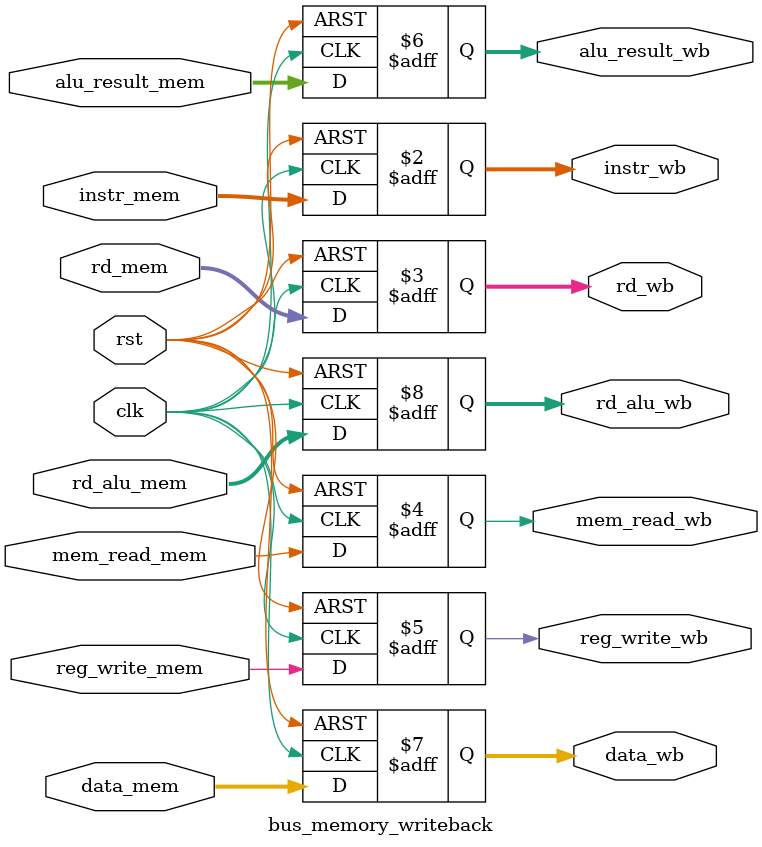
<source format=v>
module bus_memory_writeback (
    input clk,                  // Clock signal
    input rst,                  // Reset signal
    input [31:0] instr_mem,     // Instruction from MEM stage
    input [4:0] rd_mem,         // Destination register from MEM stage
    input mem_read_mem,         // Memory read control from MEM stage
    input reg_write_mem,        // Register write control from MEM stage
    input [31:0] alu_result_mem, // ALU result from MEM stage
    input [31:0] data_mem,      // Data read from memory
    input [4:0] rd_alu_mem,     // Destination register from ALU operation in MEM stage
    output reg [31:0] instr_wb, // Instruction to WB stage
    output reg [4:0] rd_wb,     // Destination register to WB stage
    output reg mem_read_wb,    // Memory read control to WB stage
    output reg reg_write_wb,   // Register write control to WB stage
    output reg [31:0] alu_result_wb, // ALU result to WB stage
    output reg [31:0] data_wb,  // Data to be written back
    output reg [4:0] rd_alu_wb  // Destination register from ALU operation in WB stage
);

    always @(posedge clk or posedge rst) begin
        if (rst)
            begin
                instr_wb <= 32'b0;
                rd_wb <= 5'b0;
                mem_read_wb <= 1'b0;
                reg_write_wb <= 1'b0;
                alu_result_wb <= 32'b0;
                data_wb <= 32'b0;
                rd_alu_wb <= 5'b0;
            end
        else
            begin
                instr_wb <= instr_mem;
                rd_wb <= rd_mem;
                mem_read_wb <= mem_read_mem;
                reg_write_wb <= reg_write_mem;
                alu_result_wb <= alu_result_mem;
                data_wb <= data_mem;
                rd_alu_wb <= rd_alu_mem;
            end
    end

endmodule

</source>
